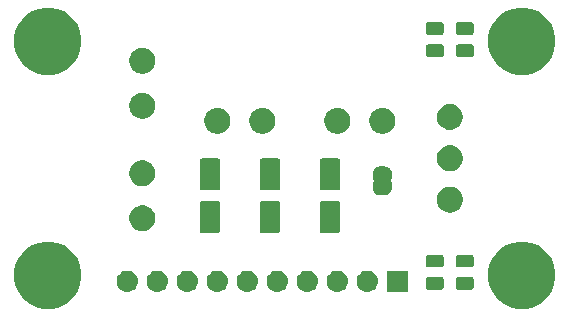
<source format=gbr>
G04 #@! TF.GenerationSoftware,KiCad,Pcbnew,5.1.4-e60b266~84~ubuntu18.04.1*
G04 #@! TF.CreationDate,2019-09-26T20:27:51+08:00*
G04 #@! TF.ProjectId,head,68656164-2e6b-4696-9361-645f70636258,rev?*
G04 #@! TF.SameCoordinates,Original*
G04 #@! TF.FileFunction,Soldermask,Top*
G04 #@! TF.FilePolarity,Negative*
%FSLAX46Y46*%
G04 Gerber Fmt 4.6, Leading zero omitted, Abs format (unit mm)*
G04 Created by KiCad (PCBNEW 5.1.4-e60b266~84~ubuntu18.04.1) date 2019-09-26 20:27:51*
%MOMM*%
%LPD*%
G04 APERTURE LIST*
%ADD10C,1.200000*%
%ADD11C,0.100000*%
G04 APERTURE END LIST*
D10*
X84201000Y-49276000D02*
G75*
G03X84201000Y-49276000I-1905000J0D01*
G01*
X44069000Y-49276000D02*
G75*
G03X44069000Y-49276000I-1905000J0D01*
G01*
X44069000Y-29464000D02*
G75*
G03X44069000Y-29464000I-1905000J0D01*
G01*
X84201000Y-29464000D02*
G75*
G03X84201000Y-29464000I-1905000J0D01*
G01*
D11*
G36*
X83127313Y-46535523D02*
G01*
X83645980Y-46750362D01*
X83645981Y-46750363D01*
X84112769Y-47062260D01*
X84509740Y-47459231D01*
X84581411Y-47566495D01*
X84821638Y-47926020D01*
X85036477Y-48444687D01*
X85146000Y-48995298D01*
X85146000Y-49556702D01*
X85036477Y-50107313D01*
X84821638Y-50625980D01*
X84821637Y-50625981D01*
X84509740Y-51092769D01*
X84112769Y-51489740D01*
X83800871Y-51698143D01*
X83645980Y-51801638D01*
X83127313Y-52016477D01*
X82576702Y-52126000D01*
X82015298Y-52126000D01*
X81464687Y-52016477D01*
X80946020Y-51801638D01*
X80791129Y-51698143D01*
X80479231Y-51489740D01*
X80082260Y-51092769D01*
X79770363Y-50625981D01*
X79770362Y-50625980D01*
X79555523Y-50107313D01*
X79446000Y-49556702D01*
X79446000Y-48995298D01*
X79555523Y-48444687D01*
X79770362Y-47926020D01*
X80010589Y-47566495D01*
X80082260Y-47459231D01*
X80479231Y-47062260D01*
X80946019Y-46750363D01*
X80946020Y-46750362D01*
X81464687Y-46535523D01*
X82015298Y-46426000D01*
X82576702Y-46426000D01*
X83127313Y-46535523D01*
X83127313Y-46535523D01*
G37*
G36*
X42995313Y-46535523D02*
G01*
X43513980Y-46750362D01*
X43513981Y-46750363D01*
X43980769Y-47062260D01*
X44377740Y-47459231D01*
X44449411Y-47566495D01*
X44689638Y-47926020D01*
X44904477Y-48444687D01*
X45014000Y-48995298D01*
X45014000Y-49556702D01*
X44904477Y-50107313D01*
X44689638Y-50625980D01*
X44689637Y-50625981D01*
X44377740Y-51092769D01*
X43980769Y-51489740D01*
X43668871Y-51698143D01*
X43513980Y-51801638D01*
X42995313Y-52016477D01*
X42444702Y-52126000D01*
X41883298Y-52126000D01*
X41332687Y-52016477D01*
X40814020Y-51801638D01*
X40659129Y-51698143D01*
X40347231Y-51489740D01*
X39950260Y-51092769D01*
X39638363Y-50625981D01*
X39638362Y-50625980D01*
X39423523Y-50107313D01*
X39314000Y-49556702D01*
X39314000Y-48995298D01*
X39423523Y-48444687D01*
X39638362Y-47926020D01*
X39878589Y-47566495D01*
X39950260Y-47459231D01*
X40347231Y-47062260D01*
X40814019Y-46750363D01*
X40814020Y-46750362D01*
X41332687Y-46535523D01*
X41883298Y-46426000D01*
X42444702Y-46426000D01*
X42995313Y-46535523D01*
X42995313Y-46535523D01*
G37*
G36*
X72656000Y-50685000D02*
G01*
X70854000Y-50685000D01*
X70854000Y-48883000D01*
X72656000Y-48883000D01*
X72656000Y-50685000D01*
X72656000Y-50685000D01*
G37*
G36*
X49005443Y-48889519D02*
G01*
X49071627Y-48896037D01*
X49241466Y-48947557D01*
X49397991Y-49031222D01*
X49433729Y-49060552D01*
X49535186Y-49143814D01*
X49618448Y-49245271D01*
X49647778Y-49281009D01*
X49731443Y-49437534D01*
X49782963Y-49607373D01*
X49800359Y-49784000D01*
X49782963Y-49960627D01*
X49731443Y-50130466D01*
X49647778Y-50286991D01*
X49618448Y-50322729D01*
X49535186Y-50424186D01*
X49445242Y-50498000D01*
X49397991Y-50536778D01*
X49241466Y-50620443D01*
X49071627Y-50671963D01*
X49005443Y-50678481D01*
X48939260Y-50685000D01*
X48850740Y-50685000D01*
X48784557Y-50678481D01*
X48718373Y-50671963D01*
X48548534Y-50620443D01*
X48392009Y-50536778D01*
X48344758Y-50498000D01*
X48254814Y-50424186D01*
X48171552Y-50322729D01*
X48142222Y-50286991D01*
X48058557Y-50130466D01*
X48007037Y-49960627D01*
X47989641Y-49784000D01*
X48007037Y-49607373D01*
X48058557Y-49437534D01*
X48142222Y-49281009D01*
X48171552Y-49245271D01*
X48254814Y-49143814D01*
X48356271Y-49060552D01*
X48392009Y-49031222D01*
X48548534Y-48947557D01*
X48718373Y-48896037D01*
X48784557Y-48889519D01*
X48850740Y-48883000D01*
X48939260Y-48883000D01*
X49005443Y-48889519D01*
X49005443Y-48889519D01*
G37*
G36*
X51545443Y-48889519D02*
G01*
X51611627Y-48896037D01*
X51781466Y-48947557D01*
X51937991Y-49031222D01*
X51973729Y-49060552D01*
X52075186Y-49143814D01*
X52158448Y-49245271D01*
X52187778Y-49281009D01*
X52271443Y-49437534D01*
X52322963Y-49607373D01*
X52340359Y-49784000D01*
X52322963Y-49960627D01*
X52271443Y-50130466D01*
X52187778Y-50286991D01*
X52158448Y-50322729D01*
X52075186Y-50424186D01*
X51985242Y-50498000D01*
X51937991Y-50536778D01*
X51781466Y-50620443D01*
X51611627Y-50671963D01*
X51545443Y-50678481D01*
X51479260Y-50685000D01*
X51390740Y-50685000D01*
X51324557Y-50678481D01*
X51258373Y-50671963D01*
X51088534Y-50620443D01*
X50932009Y-50536778D01*
X50884758Y-50498000D01*
X50794814Y-50424186D01*
X50711552Y-50322729D01*
X50682222Y-50286991D01*
X50598557Y-50130466D01*
X50547037Y-49960627D01*
X50529641Y-49784000D01*
X50547037Y-49607373D01*
X50598557Y-49437534D01*
X50682222Y-49281009D01*
X50711552Y-49245271D01*
X50794814Y-49143814D01*
X50896271Y-49060552D01*
X50932009Y-49031222D01*
X51088534Y-48947557D01*
X51258373Y-48896037D01*
X51324557Y-48889519D01*
X51390740Y-48883000D01*
X51479260Y-48883000D01*
X51545443Y-48889519D01*
X51545443Y-48889519D01*
G37*
G36*
X54085443Y-48889519D02*
G01*
X54151627Y-48896037D01*
X54321466Y-48947557D01*
X54477991Y-49031222D01*
X54513729Y-49060552D01*
X54615186Y-49143814D01*
X54698448Y-49245271D01*
X54727778Y-49281009D01*
X54811443Y-49437534D01*
X54862963Y-49607373D01*
X54880359Y-49784000D01*
X54862963Y-49960627D01*
X54811443Y-50130466D01*
X54727778Y-50286991D01*
X54698448Y-50322729D01*
X54615186Y-50424186D01*
X54525242Y-50498000D01*
X54477991Y-50536778D01*
X54321466Y-50620443D01*
X54151627Y-50671963D01*
X54085443Y-50678481D01*
X54019260Y-50685000D01*
X53930740Y-50685000D01*
X53864557Y-50678481D01*
X53798373Y-50671963D01*
X53628534Y-50620443D01*
X53472009Y-50536778D01*
X53424758Y-50498000D01*
X53334814Y-50424186D01*
X53251552Y-50322729D01*
X53222222Y-50286991D01*
X53138557Y-50130466D01*
X53087037Y-49960627D01*
X53069641Y-49784000D01*
X53087037Y-49607373D01*
X53138557Y-49437534D01*
X53222222Y-49281009D01*
X53251552Y-49245271D01*
X53334814Y-49143814D01*
X53436271Y-49060552D01*
X53472009Y-49031222D01*
X53628534Y-48947557D01*
X53798373Y-48896037D01*
X53864557Y-48889519D01*
X53930740Y-48883000D01*
X54019260Y-48883000D01*
X54085443Y-48889519D01*
X54085443Y-48889519D01*
G37*
G36*
X56625443Y-48889519D02*
G01*
X56691627Y-48896037D01*
X56861466Y-48947557D01*
X57017991Y-49031222D01*
X57053729Y-49060552D01*
X57155186Y-49143814D01*
X57238448Y-49245271D01*
X57267778Y-49281009D01*
X57351443Y-49437534D01*
X57402963Y-49607373D01*
X57420359Y-49784000D01*
X57402963Y-49960627D01*
X57351443Y-50130466D01*
X57267778Y-50286991D01*
X57238448Y-50322729D01*
X57155186Y-50424186D01*
X57065242Y-50498000D01*
X57017991Y-50536778D01*
X56861466Y-50620443D01*
X56691627Y-50671963D01*
X56625443Y-50678481D01*
X56559260Y-50685000D01*
X56470740Y-50685000D01*
X56404557Y-50678481D01*
X56338373Y-50671963D01*
X56168534Y-50620443D01*
X56012009Y-50536778D01*
X55964758Y-50498000D01*
X55874814Y-50424186D01*
X55791552Y-50322729D01*
X55762222Y-50286991D01*
X55678557Y-50130466D01*
X55627037Y-49960627D01*
X55609641Y-49784000D01*
X55627037Y-49607373D01*
X55678557Y-49437534D01*
X55762222Y-49281009D01*
X55791552Y-49245271D01*
X55874814Y-49143814D01*
X55976271Y-49060552D01*
X56012009Y-49031222D01*
X56168534Y-48947557D01*
X56338373Y-48896037D01*
X56404557Y-48889519D01*
X56470740Y-48883000D01*
X56559260Y-48883000D01*
X56625443Y-48889519D01*
X56625443Y-48889519D01*
G37*
G36*
X59165443Y-48889519D02*
G01*
X59231627Y-48896037D01*
X59401466Y-48947557D01*
X59557991Y-49031222D01*
X59593729Y-49060552D01*
X59695186Y-49143814D01*
X59778448Y-49245271D01*
X59807778Y-49281009D01*
X59891443Y-49437534D01*
X59942963Y-49607373D01*
X59960359Y-49784000D01*
X59942963Y-49960627D01*
X59891443Y-50130466D01*
X59807778Y-50286991D01*
X59778448Y-50322729D01*
X59695186Y-50424186D01*
X59605242Y-50498000D01*
X59557991Y-50536778D01*
X59401466Y-50620443D01*
X59231627Y-50671963D01*
X59165443Y-50678481D01*
X59099260Y-50685000D01*
X59010740Y-50685000D01*
X58944557Y-50678481D01*
X58878373Y-50671963D01*
X58708534Y-50620443D01*
X58552009Y-50536778D01*
X58504758Y-50498000D01*
X58414814Y-50424186D01*
X58331552Y-50322729D01*
X58302222Y-50286991D01*
X58218557Y-50130466D01*
X58167037Y-49960627D01*
X58149641Y-49784000D01*
X58167037Y-49607373D01*
X58218557Y-49437534D01*
X58302222Y-49281009D01*
X58331552Y-49245271D01*
X58414814Y-49143814D01*
X58516271Y-49060552D01*
X58552009Y-49031222D01*
X58708534Y-48947557D01*
X58878373Y-48896037D01*
X58944557Y-48889519D01*
X59010740Y-48883000D01*
X59099260Y-48883000D01*
X59165443Y-48889519D01*
X59165443Y-48889519D01*
G37*
G36*
X61705443Y-48889519D02*
G01*
X61771627Y-48896037D01*
X61941466Y-48947557D01*
X62097991Y-49031222D01*
X62133729Y-49060552D01*
X62235186Y-49143814D01*
X62318448Y-49245271D01*
X62347778Y-49281009D01*
X62431443Y-49437534D01*
X62482963Y-49607373D01*
X62500359Y-49784000D01*
X62482963Y-49960627D01*
X62431443Y-50130466D01*
X62347778Y-50286991D01*
X62318448Y-50322729D01*
X62235186Y-50424186D01*
X62145242Y-50498000D01*
X62097991Y-50536778D01*
X61941466Y-50620443D01*
X61771627Y-50671963D01*
X61705443Y-50678481D01*
X61639260Y-50685000D01*
X61550740Y-50685000D01*
X61484557Y-50678481D01*
X61418373Y-50671963D01*
X61248534Y-50620443D01*
X61092009Y-50536778D01*
X61044758Y-50498000D01*
X60954814Y-50424186D01*
X60871552Y-50322729D01*
X60842222Y-50286991D01*
X60758557Y-50130466D01*
X60707037Y-49960627D01*
X60689641Y-49784000D01*
X60707037Y-49607373D01*
X60758557Y-49437534D01*
X60842222Y-49281009D01*
X60871552Y-49245271D01*
X60954814Y-49143814D01*
X61056271Y-49060552D01*
X61092009Y-49031222D01*
X61248534Y-48947557D01*
X61418373Y-48896037D01*
X61484557Y-48889519D01*
X61550740Y-48883000D01*
X61639260Y-48883000D01*
X61705443Y-48889519D01*
X61705443Y-48889519D01*
G37*
G36*
X64245443Y-48889519D02*
G01*
X64311627Y-48896037D01*
X64481466Y-48947557D01*
X64637991Y-49031222D01*
X64673729Y-49060552D01*
X64775186Y-49143814D01*
X64858448Y-49245271D01*
X64887778Y-49281009D01*
X64971443Y-49437534D01*
X65022963Y-49607373D01*
X65040359Y-49784000D01*
X65022963Y-49960627D01*
X64971443Y-50130466D01*
X64887778Y-50286991D01*
X64858448Y-50322729D01*
X64775186Y-50424186D01*
X64685242Y-50498000D01*
X64637991Y-50536778D01*
X64481466Y-50620443D01*
X64311627Y-50671963D01*
X64245443Y-50678481D01*
X64179260Y-50685000D01*
X64090740Y-50685000D01*
X64024557Y-50678481D01*
X63958373Y-50671963D01*
X63788534Y-50620443D01*
X63632009Y-50536778D01*
X63584758Y-50498000D01*
X63494814Y-50424186D01*
X63411552Y-50322729D01*
X63382222Y-50286991D01*
X63298557Y-50130466D01*
X63247037Y-49960627D01*
X63229641Y-49784000D01*
X63247037Y-49607373D01*
X63298557Y-49437534D01*
X63382222Y-49281009D01*
X63411552Y-49245271D01*
X63494814Y-49143814D01*
X63596271Y-49060552D01*
X63632009Y-49031222D01*
X63788534Y-48947557D01*
X63958373Y-48896037D01*
X64024557Y-48889519D01*
X64090740Y-48883000D01*
X64179260Y-48883000D01*
X64245443Y-48889519D01*
X64245443Y-48889519D01*
G37*
G36*
X69325443Y-48889519D02*
G01*
X69391627Y-48896037D01*
X69561466Y-48947557D01*
X69717991Y-49031222D01*
X69753729Y-49060552D01*
X69855186Y-49143814D01*
X69938448Y-49245271D01*
X69967778Y-49281009D01*
X70051443Y-49437534D01*
X70102963Y-49607373D01*
X70120359Y-49784000D01*
X70102963Y-49960627D01*
X70051443Y-50130466D01*
X69967778Y-50286991D01*
X69938448Y-50322729D01*
X69855186Y-50424186D01*
X69765242Y-50498000D01*
X69717991Y-50536778D01*
X69561466Y-50620443D01*
X69391627Y-50671963D01*
X69325443Y-50678481D01*
X69259260Y-50685000D01*
X69170740Y-50685000D01*
X69104557Y-50678481D01*
X69038373Y-50671963D01*
X68868534Y-50620443D01*
X68712009Y-50536778D01*
X68664758Y-50498000D01*
X68574814Y-50424186D01*
X68491552Y-50322729D01*
X68462222Y-50286991D01*
X68378557Y-50130466D01*
X68327037Y-49960627D01*
X68309641Y-49784000D01*
X68327037Y-49607373D01*
X68378557Y-49437534D01*
X68462222Y-49281009D01*
X68491552Y-49245271D01*
X68574814Y-49143814D01*
X68676271Y-49060552D01*
X68712009Y-49031222D01*
X68868534Y-48947557D01*
X69038373Y-48896037D01*
X69104557Y-48889519D01*
X69170740Y-48883000D01*
X69259260Y-48883000D01*
X69325443Y-48889519D01*
X69325443Y-48889519D01*
G37*
G36*
X66785443Y-48889519D02*
G01*
X66851627Y-48896037D01*
X67021466Y-48947557D01*
X67177991Y-49031222D01*
X67213729Y-49060552D01*
X67315186Y-49143814D01*
X67398448Y-49245271D01*
X67427778Y-49281009D01*
X67511443Y-49437534D01*
X67562963Y-49607373D01*
X67580359Y-49784000D01*
X67562963Y-49960627D01*
X67511443Y-50130466D01*
X67427778Y-50286991D01*
X67398448Y-50322729D01*
X67315186Y-50424186D01*
X67225242Y-50498000D01*
X67177991Y-50536778D01*
X67021466Y-50620443D01*
X66851627Y-50671963D01*
X66785443Y-50678481D01*
X66719260Y-50685000D01*
X66630740Y-50685000D01*
X66564557Y-50678481D01*
X66498373Y-50671963D01*
X66328534Y-50620443D01*
X66172009Y-50536778D01*
X66124758Y-50498000D01*
X66034814Y-50424186D01*
X65951552Y-50322729D01*
X65922222Y-50286991D01*
X65838557Y-50130466D01*
X65787037Y-49960627D01*
X65769641Y-49784000D01*
X65787037Y-49607373D01*
X65838557Y-49437534D01*
X65922222Y-49281009D01*
X65951552Y-49245271D01*
X66034814Y-49143814D01*
X66136271Y-49060552D01*
X66172009Y-49031222D01*
X66328534Y-48947557D01*
X66498373Y-48896037D01*
X66564557Y-48889519D01*
X66630740Y-48883000D01*
X66719260Y-48883000D01*
X66785443Y-48889519D01*
X66785443Y-48889519D01*
G37*
G36*
X75514468Y-49425565D02*
G01*
X75553138Y-49437296D01*
X75588777Y-49456346D01*
X75620017Y-49481983D01*
X75645654Y-49513223D01*
X75664704Y-49548862D01*
X75676435Y-49587532D01*
X75681000Y-49633888D01*
X75681000Y-50285112D01*
X75676435Y-50331468D01*
X75664704Y-50370138D01*
X75645654Y-50405777D01*
X75620017Y-50437017D01*
X75588777Y-50462654D01*
X75553138Y-50481704D01*
X75514468Y-50493435D01*
X75468112Y-50498000D01*
X74391888Y-50498000D01*
X74345532Y-50493435D01*
X74306862Y-50481704D01*
X74271223Y-50462654D01*
X74239983Y-50437017D01*
X74214346Y-50405777D01*
X74195296Y-50370138D01*
X74183565Y-50331468D01*
X74179000Y-50285112D01*
X74179000Y-49633888D01*
X74183565Y-49587532D01*
X74195296Y-49548862D01*
X74214346Y-49513223D01*
X74239983Y-49481983D01*
X74271223Y-49456346D01*
X74306862Y-49437296D01*
X74345532Y-49425565D01*
X74391888Y-49421000D01*
X75468112Y-49421000D01*
X75514468Y-49425565D01*
X75514468Y-49425565D01*
G37*
G36*
X78054468Y-49425565D02*
G01*
X78093138Y-49437296D01*
X78128777Y-49456346D01*
X78160017Y-49481983D01*
X78185654Y-49513223D01*
X78204704Y-49548862D01*
X78216435Y-49587532D01*
X78221000Y-49633888D01*
X78221000Y-50285112D01*
X78216435Y-50331468D01*
X78204704Y-50370138D01*
X78185654Y-50405777D01*
X78160017Y-50437017D01*
X78128777Y-50462654D01*
X78093138Y-50481704D01*
X78054468Y-50493435D01*
X78008112Y-50498000D01*
X76931888Y-50498000D01*
X76885532Y-50493435D01*
X76846862Y-50481704D01*
X76811223Y-50462654D01*
X76779983Y-50437017D01*
X76754346Y-50405777D01*
X76735296Y-50370138D01*
X76723565Y-50331468D01*
X76719000Y-50285112D01*
X76719000Y-49633888D01*
X76723565Y-49587532D01*
X76735296Y-49548862D01*
X76754346Y-49513223D01*
X76779983Y-49481983D01*
X76811223Y-49456346D01*
X76846862Y-49437296D01*
X76885532Y-49425565D01*
X76931888Y-49421000D01*
X78008112Y-49421000D01*
X78054468Y-49425565D01*
X78054468Y-49425565D01*
G37*
G36*
X75514468Y-47550565D02*
G01*
X75553138Y-47562296D01*
X75588777Y-47581346D01*
X75620017Y-47606983D01*
X75645654Y-47638223D01*
X75664704Y-47673862D01*
X75676435Y-47712532D01*
X75681000Y-47758888D01*
X75681000Y-48410112D01*
X75676435Y-48456468D01*
X75664704Y-48495138D01*
X75645654Y-48530777D01*
X75620017Y-48562017D01*
X75588777Y-48587654D01*
X75553138Y-48606704D01*
X75514468Y-48618435D01*
X75468112Y-48623000D01*
X74391888Y-48623000D01*
X74345532Y-48618435D01*
X74306862Y-48606704D01*
X74271223Y-48587654D01*
X74239983Y-48562017D01*
X74214346Y-48530777D01*
X74195296Y-48495138D01*
X74183565Y-48456468D01*
X74179000Y-48410112D01*
X74179000Y-47758888D01*
X74183565Y-47712532D01*
X74195296Y-47673862D01*
X74214346Y-47638223D01*
X74239983Y-47606983D01*
X74271223Y-47581346D01*
X74306862Y-47562296D01*
X74345532Y-47550565D01*
X74391888Y-47546000D01*
X75468112Y-47546000D01*
X75514468Y-47550565D01*
X75514468Y-47550565D01*
G37*
G36*
X78054468Y-47550565D02*
G01*
X78093138Y-47562296D01*
X78128777Y-47581346D01*
X78160017Y-47606983D01*
X78185654Y-47638223D01*
X78204704Y-47673862D01*
X78216435Y-47712532D01*
X78221000Y-47758888D01*
X78221000Y-48410112D01*
X78216435Y-48456468D01*
X78204704Y-48495138D01*
X78185654Y-48530777D01*
X78160017Y-48562017D01*
X78128777Y-48587654D01*
X78093138Y-48606704D01*
X78054468Y-48618435D01*
X78008112Y-48623000D01*
X76931888Y-48623000D01*
X76885532Y-48618435D01*
X76846862Y-48606704D01*
X76811223Y-48587654D01*
X76779983Y-48562017D01*
X76754346Y-48530777D01*
X76735296Y-48495138D01*
X76723565Y-48456468D01*
X76719000Y-48410112D01*
X76719000Y-47758888D01*
X76723565Y-47712532D01*
X76735296Y-47673862D01*
X76754346Y-47638223D01*
X76779983Y-47606983D01*
X76811223Y-47581346D01*
X76846862Y-47562296D01*
X76885532Y-47550565D01*
X76931888Y-47546000D01*
X78008112Y-47546000D01*
X78054468Y-47550565D01*
X78054468Y-47550565D01*
G37*
G36*
X61665997Y-42998051D02*
G01*
X61699652Y-43008261D01*
X61730665Y-43024838D01*
X61757851Y-43047149D01*
X61780162Y-43074335D01*
X61796739Y-43105348D01*
X61806949Y-43139003D01*
X61811000Y-43180138D01*
X61811000Y-45509862D01*
X61806949Y-45550997D01*
X61796739Y-45584652D01*
X61780162Y-45615665D01*
X61757851Y-45642851D01*
X61730665Y-45665162D01*
X61699652Y-45681739D01*
X61665997Y-45691949D01*
X61624862Y-45696000D01*
X60295138Y-45696000D01*
X60254003Y-45691949D01*
X60220348Y-45681739D01*
X60189335Y-45665162D01*
X60162149Y-45642851D01*
X60139838Y-45615665D01*
X60123261Y-45584652D01*
X60113051Y-45550997D01*
X60109000Y-45509862D01*
X60109000Y-43180138D01*
X60113051Y-43139003D01*
X60123261Y-43105348D01*
X60139838Y-43074335D01*
X60162149Y-43047149D01*
X60189335Y-43024838D01*
X60220348Y-43008261D01*
X60254003Y-42998051D01*
X60295138Y-42994000D01*
X61624862Y-42994000D01*
X61665997Y-42998051D01*
X61665997Y-42998051D01*
G37*
G36*
X56585997Y-42998051D02*
G01*
X56619652Y-43008261D01*
X56650665Y-43024838D01*
X56677851Y-43047149D01*
X56700162Y-43074335D01*
X56716739Y-43105348D01*
X56726949Y-43139003D01*
X56731000Y-43180138D01*
X56731000Y-45509862D01*
X56726949Y-45550997D01*
X56716739Y-45584652D01*
X56700162Y-45615665D01*
X56677851Y-45642851D01*
X56650665Y-45665162D01*
X56619652Y-45681739D01*
X56585997Y-45691949D01*
X56544862Y-45696000D01*
X55215138Y-45696000D01*
X55174003Y-45691949D01*
X55140348Y-45681739D01*
X55109335Y-45665162D01*
X55082149Y-45642851D01*
X55059838Y-45615665D01*
X55043261Y-45584652D01*
X55033051Y-45550997D01*
X55029000Y-45509862D01*
X55029000Y-43180138D01*
X55033051Y-43139003D01*
X55043261Y-43105348D01*
X55059838Y-43074335D01*
X55082149Y-43047149D01*
X55109335Y-43024838D01*
X55140348Y-43008261D01*
X55174003Y-42998051D01*
X55215138Y-42994000D01*
X56544862Y-42994000D01*
X56585997Y-42998051D01*
X56585997Y-42998051D01*
G37*
G36*
X66745997Y-42998051D02*
G01*
X66779652Y-43008261D01*
X66810665Y-43024838D01*
X66837851Y-43047149D01*
X66860162Y-43074335D01*
X66876739Y-43105348D01*
X66886949Y-43139003D01*
X66891000Y-43180138D01*
X66891000Y-45509862D01*
X66886949Y-45550997D01*
X66876739Y-45584652D01*
X66860162Y-45615665D01*
X66837851Y-45642851D01*
X66810665Y-45665162D01*
X66779652Y-45681739D01*
X66745997Y-45691949D01*
X66704862Y-45696000D01*
X65375138Y-45696000D01*
X65334003Y-45691949D01*
X65300348Y-45681739D01*
X65269335Y-45665162D01*
X65242149Y-45642851D01*
X65219838Y-45615665D01*
X65203261Y-45584652D01*
X65193051Y-45550997D01*
X65189000Y-45509862D01*
X65189000Y-43180138D01*
X65193051Y-43139003D01*
X65203261Y-43105348D01*
X65219838Y-43074335D01*
X65242149Y-43047149D01*
X65269335Y-43024838D01*
X65300348Y-43008261D01*
X65334003Y-42998051D01*
X65375138Y-42994000D01*
X66704862Y-42994000D01*
X66745997Y-42998051D01*
X66745997Y-42998051D01*
G37*
G36*
X50379795Y-43370156D02*
G01*
X50486150Y-43391311D01*
X50686520Y-43474307D01*
X50866844Y-43594795D01*
X51020205Y-43748156D01*
X51140693Y-43928480D01*
X51223689Y-44128851D01*
X51266000Y-44341560D01*
X51266000Y-44558440D01*
X51223689Y-44771149D01*
X51140693Y-44971520D01*
X51020205Y-45151844D01*
X50866844Y-45305205D01*
X50686520Y-45425693D01*
X50586334Y-45467191D01*
X50486150Y-45508689D01*
X50379794Y-45529845D01*
X50273440Y-45551000D01*
X50056560Y-45551000D01*
X49950206Y-45529845D01*
X49843850Y-45508689D01*
X49743666Y-45467191D01*
X49643480Y-45425693D01*
X49463156Y-45305205D01*
X49309795Y-45151844D01*
X49189307Y-44971520D01*
X49106311Y-44771149D01*
X49064000Y-44558440D01*
X49064000Y-44341560D01*
X49106311Y-44128851D01*
X49189307Y-43928480D01*
X49309795Y-43748156D01*
X49463156Y-43594795D01*
X49643480Y-43474307D01*
X49843850Y-43391311D01*
X49950205Y-43370156D01*
X50056560Y-43349000D01*
X50273440Y-43349000D01*
X50379795Y-43370156D01*
X50379795Y-43370156D01*
G37*
G36*
X76414794Y-41790155D02*
G01*
X76521150Y-41811311D01*
X76566421Y-41830063D01*
X76721520Y-41894307D01*
X76901844Y-42014795D01*
X77055205Y-42168156D01*
X77175693Y-42348480D01*
X77200583Y-42408571D01*
X77258689Y-42548850D01*
X77301000Y-42761561D01*
X77301000Y-42978439D01*
X77258689Y-43191150D01*
X77230196Y-43259937D01*
X77175693Y-43391520D01*
X77055205Y-43571844D01*
X76901844Y-43725205D01*
X76721520Y-43845693D01*
X76521150Y-43928689D01*
X76414795Y-43949844D01*
X76308440Y-43971000D01*
X76091560Y-43971000D01*
X75985205Y-43949844D01*
X75878850Y-43928689D01*
X75678480Y-43845693D01*
X75498156Y-43725205D01*
X75344795Y-43571844D01*
X75224307Y-43391520D01*
X75169804Y-43259937D01*
X75141311Y-43191150D01*
X75099000Y-42978439D01*
X75099000Y-42761561D01*
X75141311Y-42548850D01*
X75199417Y-42408571D01*
X75224307Y-42348480D01*
X75344795Y-42168156D01*
X75498156Y-42014795D01*
X75678480Y-41894307D01*
X75833579Y-41830063D01*
X75878850Y-41811311D01*
X75985206Y-41790155D01*
X76091560Y-41769000D01*
X76308440Y-41769000D01*
X76414794Y-41790155D01*
X76414794Y-41790155D01*
G37*
G36*
X70747199Y-40074954D02*
G01*
X70759450Y-40075556D01*
X70777869Y-40075556D01*
X70800149Y-40077750D01*
X70884233Y-40094476D01*
X70905660Y-40100976D01*
X70984858Y-40133780D01*
X70990303Y-40136691D01*
X70990309Y-40136693D01*
X70999169Y-40141429D01*
X70999173Y-40141432D01*
X71004614Y-40144340D01*
X71075899Y-40191971D01*
X71093204Y-40206172D01*
X71153828Y-40266796D01*
X71168029Y-40284101D01*
X71215660Y-40355386D01*
X71218568Y-40360827D01*
X71218571Y-40360831D01*
X71223307Y-40369691D01*
X71223309Y-40369697D01*
X71226220Y-40375142D01*
X71259024Y-40454340D01*
X71265524Y-40475767D01*
X71282250Y-40559851D01*
X71284444Y-40582131D01*
X71284444Y-40600550D01*
X71285046Y-40612801D01*
X71286852Y-40631139D01*
X71286852Y-41118860D01*
X71285263Y-41134999D01*
X71282348Y-41144608D01*
X71277610Y-41153472D01*
X71271237Y-41161237D01*
X71258794Y-41171448D01*
X71248425Y-41178378D01*
X71231098Y-41195705D01*
X71217485Y-41216080D01*
X71208109Y-41238720D01*
X71203329Y-41262753D01*
X71203330Y-41287257D01*
X71208112Y-41311290D01*
X71217490Y-41333929D01*
X71231105Y-41354302D01*
X71248432Y-41371629D01*
X71258802Y-41378558D01*
X71271237Y-41388763D01*
X71277610Y-41396528D01*
X71282348Y-41405392D01*
X71285263Y-41415001D01*
X71286852Y-41431140D01*
X71286852Y-41918862D01*
X71285046Y-41937199D01*
X71284444Y-41949450D01*
X71284444Y-41967869D01*
X71282250Y-41990149D01*
X71265524Y-42074233D01*
X71259024Y-42095660D01*
X71226220Y-42174858D01*
X71223309Y-42180303D01*
X71223307Y-42180309D01*
X71218571Y-42189169D01*
X71218568Y-42189173D01*
X71215660Y-42194614D01*
X71168029Y-42265899D01*
X71153828Y-42283204D01*
X71093204Y-42343828D01*
X71075899Y-42358029D01*
X71004614Y-42405660D01*
X70999173Y-42408568D01*
X70999169Y-42408571D01*
X70990309Y-42413307D01*
X70990303Y-42413309D01*
X70984858Y-42416220D01*
X70905660Y-42449024D01*
X70884233Y-42455524D01*
X70800149Y-42472250D01*
X70777869Y-42474444D01*
X70759450Y-42474444D01*
X70747199Y-42475046D01*
X70728862Y-42476852D01*
X70241138Y-42476852D01*
X70222801Y-42475046D01*
X70210550Y-42474444D01*
X70192131Y-42474444D01*
X70169851Y-42472250D01*
X70085767Y-42455524D01*
X70064340Y-42449024D01*
X69985142Y-42416220D01*
X69979697Y-42413309D01*
X69979691Y-42413307D01*
X69970831Y-42408571D01*
X69970827Y-42408568D01*
X69965386Y-42405660D01*
X69894101Y-42358029D01*
X69876796Y-42343828D01*
X69816172Y-42283204D01*
X69801971Y-42265899D01*
X69754340Y-42194614D01*
X69751432Y-42189173D01*
X69751429Y-42189169D01*
X69746693Y-42180309D01*
X69746691Y-42180303D01*
X69743780Y-42174858D01*
X69710976Y-42095660D01*
X69704476Y-42074233D01*
X69687750Y-41990149D01*
X69685556Y-41967869D01*
X69685556Y-41949450D01*
X69684954Y-41937199D01*
X69683148Y-41918862D01*
X69683148Y-41431140D01*
X69684737Y-41415001D01*
X69687652Y-41405392D01*
X69692390Y-41396528D01*
X69698763Y-41388763D01*
X69711206Y-41378552D01*
X69721575Y-41371622D01*
X69738902Y-41354295D01*
X69752515Y-41333920D01*
X69761891Y-41311280D01*
X69766671Y-41287247D01*
X69766670Y-41262743D01*
X69761888Y-41238710D01*
X69752510Y-41216071D01*
X69738895Y-41195698D01*
X69721568Y-41178371D01*
X69711198Y-41171442D01*
X69698763Y-41161237D01*
X69692390Y-41153472D01*
X69687652Y-41144608D01*
X69684737Y-41134999D01*
X69683148Y-41118860D01*
X69683148Y-40631139D01*
X69684954Y-40612801D01*
X69685556Y-40600550D01*
X69685556Y-40582131D01*
X69687750Y-40559851D01*
X69704476Y-40475767D01*
X69710976Y-40454340D01*
X69743780Y-40375142D01*
X69746691Y-40369697D01*
X69746693Y-40369691D01*
X69751429Y-40360831D01*
X69751432Y-40360827D01*
X69754340Y-40355386D01*
X69801971Y-40284101D01*
X69816172Y-40266796D01*
X69876796Y-40206172D01*
X69894101Y-40191971D01*
X69965386Y-40144340D01*
X69970827Y-40141432D01*
X69970831Y-40141429D01*
X69979691Y-40136693D01*
X69979697Y-40136691D01*
X69985142Y-40133780D01*
X70064340Y-40100976D01*
X70085767Y-40094476D01*
X70169851Y-40077750D01*
X70192131Y-40075556D01*
X70210550Y-40075556D01*
X70222801Y-40074954D01*
X70241139Y-40073148D01*
X70728861Y-40073148D01*
X70747199Y-40074954D01*
X70747199Y-40074954D01*
G37*
G36*
X66745997Y-39398051D02*
G01*
X66779652Y-39408261D01*
X66810665Y-39424838D01*
X66837851Y-39447149D01*
X66860162Y-39474335D01*
X66876739Y-39505348D01*
X66886949Y-39539003D01*
X66891000Y-39580138D01*
X66891000Y-41909862D01*
X66886949Y-41950997D01*
X66876739Y-41984652D01*
X66860162Y-42015665D01*
X66837851Y-42042851D01*
X66810665Y-42065162D01*
X66779652Y-42081739D01*
X66745997Y-42091949D01*
X66704862Y-42096000D01*
X65375138Y-42096000D01*
X65334003Y-42091949D01*
X65300348Y-42081739D01*
X65269335Y-42065162D01*
X65242149Y-42042851D01*
X65219838Y-42015665D01*
X65203261Y-41984652D01*
X65193051Y-41950997D01*
X65189000Y-41909862D01*
X65189000Y-39580138D01*
X65193051Y-39539003D01*
X65203261Y-39505348D01*
X65219838Y-39474335D01*
X65242149Y-39447149D01*
X65269335Y-39424838D01*
X65300348Y-39408261D01*
X65334003Y-39398051D01*
X65375138Y-39394000D01*
X66704862Y-39394000D01*
X66745997Y-39398051D01*
X66745997Y-39398051D01*
G37*
G36*
X61665997Y-39398051D02*
G01*
X61699652Y-39408261D01*
X61730665Y-39424838D01*
X61757851Y-39447149D01*
X61780162Y-39474335D01*
X61796739Y-39505348D01*
X61806949Y-39539003D01*
X61811000Y-39580138D01*
X61811000Y-41909862D01*
X61806949Y-41950997D01*
X61796739Y-41984652D01*
X61780162Y-42015665D01*
X61757851Y-42042851D01*
X61730665Y-42065162D01*
X61699652Y-42081739D01*
X61665997Y-42091949D01*
X61624862Y-42096000D01*
X60295138Y-42096000D01*
X60254003Y-42091949D01*
X60220348Y-42081739D01*
X60189335Y-42065162D01*
X60162149Y-42042851D01*
X60139838Y-42015665D01*
X60123261Y-41984652D01*
X60113051Y-41950997D01*
X60109000Y-41909862D01*
X60109000Y-39580138D01*
X60113051Y-39539003D01*
X60123261Y-39505348D01*
X60139838Y-39474335D01*
X60162149Y-39447149D01*
X60189335Y-39424838D01*
X60220348Y-39408261D01*
X60254003Y-39398051D01*
X60295138Y-39394000D01*
X61624862Y-39394000D01*
X61665997Y-39398051D01*
X61665997Y-39398051D01*
G37*
G36*
X56585997Y-39398051D02*
G01*
X56619652Y-39408261D01*
X56650665Y-39424838D01*
X56677851Y-39447149D01*
X56700162Y-39474335D01*
X56716739Y-39505348D01*
X56726949Y-39539003D01*
X56731000Y-39580138D01*
X56731000Y-41909862D01*
X56726949Y-41950997D01*
X56716739Y-41984652D01*
X56700162Y-42015665D01*
X56677851Y-42042851D01*
X56650665Y-42065162D01*
X56619652Y-42081739D01*
X56585997Y-42091949D01*
X56544862Y-42096000D01*
X55215138Y-42096000D01*
X55174003Y-42091949D01*
X55140348Y-42081739D01*
X55109335Y-42065162D01*
X55082149Y-42042851D01*
X55059838Y-42015665D01*
X55043261Y-41984652D01*
X55033051Y-41950997D01*
X55029000Y-41909862D01*
X55029000Y-39580138D01*
X55033051Y-39539003D01*
X55043261Y-39505348D01*
X55059838Y-39474335D01*
X55082149Y-39447149D01*
X55109335Y-39424838D01*
X55140348Y-39408261D01*
X55174003Y-39398051D01*
X55215138Y-39394000D01*
X56544862Y-39394000D01*
X56585997Y-39398051D01*
X56585997Y-39398051D01*
G37*
G36*
X50369798Y-39558167D02*
G01*
X50486150Y-39581311D01*
X50550715Y-39608055D01*
X50686520Y-39664307D01*
X50866844Y-39784795D01*
X51020205Y-39938156D01*
X51140693Y-40118480D01*
X51171134Y-40191971D01*
X51223689Y-40318850D01*
X51233802Y-40369691D01*
X51266000Y-40531560D01*
X51266000Y-40748440D01*
X51223689Y-40961149D01*
X51140693Y-41161520D01*
X51020205Y-41341844D01*
X50866844Y-41495205D01*
X50686520Y-41615693D01*
X50586334Y-41657191D01*
X50486150Y-41698689D01*
X50379794Y-41719845D01*
X50273440Y-41741000D01*
X50056560Y-41741000D01*
X49950206Y-41719845D01*
X49843850Y-41698689D01*
X49643480Y-41615693D01*
X49463156Y-41495205D01*
X49309795Y-41341844D01*
X49189307Y-41161520D01*
X49106311Y-40961149D01*
X49064000Y-40748440D01*
X49064000Y-40531560D01*
X49096198Y-40369691D01*
X49106311Y-40318850D01*
X49158866Y-40191971D01*
X49189307Y-40118480D01*
X49309795Y-39938156D01*
X49463156Y-39784795D01*
X49643480Y-39664307D01*
X49779285Y-39608055D01*
X49843850Y-39581311D01*
X49960202Y-39558167D01*
X50056560Y-39539000D01*
X50273440Y-39539000D01*
X50369798Y-39558167D01*
X50369798Y-39558167D01*
G37*
G36*
X76414795Y-38290156D02*
G01*
X76521150Y-38311311D01*
X76721520Y-38394307D01*
X76901844Y-38514795D01*
X77055205Y-38668156D01*
X77175693Y-38848480D01*
X77258689Y-39048851D01*
X77301000Y-39261560D01*
X77301000Y-39478440D01*
X77288954Y-39539000D01*
X77258689Y-39691150D01*
X77217191Y-39791334D01*
X77175693Y-39891520D01*
X77055205Y-40071844D01*
X76901844Y-40225205D01*
X76721520Y-40345693D01*
X76684973Y-40360831D01*
X76521150Y-40428689D01*
X76414794Y-40449845D01*
X76308440Y-40471000D01*
X76091560Y-40471000D01*
X75985206Y-40449845D01*
X75878850Y-40428689D01*
X75715027Y-40360831D01*
X75678480Y-40345693D01*
X75498156Y-40225205D01*
X75344795Y-40071844D01*
X75224307Y-39891520D01*
X75182809Y-39791334D01*
X75141311Y-39691150D01*
X75111046Y-39539000D01*
X75099000Y-39478440D01*
X75099000Y-39261560D01*
X75141311Y-39048851D01*
X75224307Y-38848480D01*
X75344795Y-38668156D01*
X75498156Y-38514795D01*
X75678480Y-38394307D01*
X75878850Y-38311311D01*
X75985205Y-38290156D01*
X76091560Y-38269000D01*
X76308440Y-38269000D01*
X76414795Y-38290156D01*
X76414795Y-38290156D01*
G37*
G36*
X60539795Y-35115156D02*
G01*
X60646150Y-35136311D01*
X60723025Y-35168154D01*
X60846520Y-35219307D01*
X61026844Y-35339795D01*
X61180205Y-35493156D01*
X61300693Y-35673480D01*
X61300693Y-35673481D01*
X61383689Y-35873850D01*
X61426000Y-36086561D01*
X61426000Y-36303439D01*
X61383689Y-36516150D01*
X61360619Y-36571846D01*
X61300693Y-36716520D01*
X61180205Y-36896844D01*
X61026844Y-37050205D01*
X60846520Y-37170693D01*
X60746334Y-37212191D01*
X60646150Y-37253689D01*
X60539794Y-37274845D01*
X60433440Y-37296000D01*
X60216560Y-37296000D01*
X60110206Y-37274845D01*
X60003850Y-37253689D01*
X59903666Y-37212191D01*
X59803480Y-37170693D01*
X59623156Y-37050205D01*
X59469795Y-36896844D01*
X59349307Y-36716520D01*
X59289381Y-36571846D01*
X59266311Y-36516150D01*
X59224000Y-36303439D01*
X59224000Y-36086561D01*
X59266311Y-35873850D01*
X59349307Y-35673481D01*
X59349307Y-35673480D01*
X59469795Y-35493156D01*
X59623156Y-35339795D01*
X59803480Y-35219307D01*
X59926975Y-35168154D01*
X60003850Y-35136311D01*
X60110205Y-35115156D01*
X60216560Y-35094000D01*
X60433440Y-35094000D01*
X60539795Y-35115156D01*
X60539795Y-35115156D01*
G37*
G36*
X56729795Y-35115156D02*
G01*
X56836150Y-35136311D01*
X56913025Y-35168154D01*
X57036520Y-35219307D01*
X57216844Y-35339795D01*
X57370205Y-35493156D01*
X57490693Y-35673480D01*
X57490693Y-35673481D01*
X57573689Y-35873850D01*
X57616000Y-36086561D01*
X57616000Y-36303439D01*
X57573689Y-36516150D01*
X57550619Y-36571846D01*
X57490693Y-36716520D01*
X57370205Y-36896844D01*
X57216844Y-37050205D01*
X57036520Y-37170693D01*
X56936334Y-37212191D01*
X56836150Y-37253689D01*
X56729794Y-37274845D01*
X56623440Y-37296000D01*
X56406560Y-37296000D01*
X56300206Y-37274845D01*
X56193850Y-37253689D01*
X56093666Y-37212191D01*
X55993480Y-37170693D01*
X55813156Y-37050205D01*
X55659795Y-36896844D01*
X55539307Y-36716520D01*
X55479381Y-36571846D01*
X55456311Y-36516150D01*
X55414000Y-36303439D01*
X55414000Y-36086561D01*
X55456311Y-35873850D01*
X55539307Y-35673481D01*
X55539307Y-35673480D01*
X55659795Y-35493156D01*
X55813156Y-35339795D01*
X55993480Y-35219307D01*
X56116975Y-35168154D01*
X56193850Y-35136311D01*
X56300205Y-35115156D01*
X56406560Y-35094000D01*
X56623440Y-35094000D01*
X56729795Y-35115156D01*
X56729795Y-35115156D01*
G37*
G36*
X66889795Y-35115156D02*
G01*
X66996150Y-35136311D01*
X67073025Y-35168154D01*
X67196520Y-35219307D01*
X67376844Y-35339795D01*
X67530205Y-35493156D01*
X67650693Y-35673480D01*
X67650693Y-35673481D01*
X67733689Y-35873850D01*
X67776000Y-36086561D01*
X67776000Y-36303439D01*
X67733689Y-36516150D01*
X67710619Y-36571846D01*
X67650693Y-36716520D01*
X67530205Y-36896844D01*
X67376844Y-37050205D01*
X67196520Y-37170693D01*
X67096334Y-37212191D01*
X66996150Y-37253689D01*
X66889794Y-37274845D01*
X66783440Y-37296000D01*
X66566560Y-37296000D01*
X66460206Y-37274845D01*
X66353850Y-37253689D01*
X66253666Y-37212191D01*
X66153480Y-37170693D01*
X65973156Y-37050205D01*
X65819795Y-36896844D01*
X65699307Y-36716520D01*
X65639381Y-36571846D01*
X65616311Y-36516150D01*
X65574000Y-36303439D01*
X65574000Y-36086561D01*
X65616311Y-35873850D01*
X65699307Y-35673481D01*
X65699307Y-35673480D01*
X65819795Y-35493156D01*
X65973156Y-35339795D01*
X66153480Y-35219307D01*
X66276975Y-35168154D01*
X66353850Y-35136311D01*
X66460205Y-35115156D01*
X66566560Y-35094000D01*
X66783440Y-35094000D01*
X66889795Y-35115156D01*
X66889795Y-35115156D01*
G37*
G36*
X70699795Y-35115156D02*
G01*
X70806150Y-35136311D01*
X70883025Y-35168154D01*
X71006520Y-35219307D01*
X71186844Y-35339795D01*
X71340205Y-35493156D01*
X71460693Y-35673480D01*
X71460693Y-35673481D01*
X71543689Y-35873850D01*
X71586000Y-36086561D01*
X71586000Y-36303439D01*
X71543689Y-36516150D01*
X71520619Y-36571846D01*
X71460693Y-36716520D01*
X71340205Y-36896844D01*
X71186844Y-37050205D01*
X71006520Y-37170693D01*
X70906334Y-37212191D01*
X70806150Y-37253689D01*
X70699794Y-37274845D01*
X70593440Y-37296000D01*
X70376560Y-37296000D01*
X70270206Y-37274845D01*
X70163850Y-37253689D01*
X70063666Y-37212191D01*
X69963480Y-37170693D01*
X69783156Y-37050205D01*
X69629795Y-36896844D01*
X69509307Y-36716520D01*
X69449381Y-36571846D01*
X69426311Y-36516150D01*
X69384000Y-36303439D01*
X69384000Y-36086561D01*
X69426311Y-35873850D01*
X69509307Y-35673481D01*
X69509307Y-35673480D01*
X69629795Y-35493156D01*
X69783156Y-35339795D01*
X69963480Y-35219307D01*
X70086975Y-35168154D01*
X70163850Y-35136311D01*
X70270205Y-35115156D01*
X70376560Y-35094000D01*
X70593440Y-35094000D01*
X70699795Y-35115156D01*
X70699795Y-35115156D01*
G37*
G36*
X76414794Y-34790155D02*
G01*
X76521150Y-34811311D01*
X76621334Y-34852809D01*
X76721520Y-34894307D01*
X76901844Y-35014795D01*
X77055205Y-35168156D01*
X77175693Y-35348480D01*
X77175693Y-35348481D01*
X77235620Y-35493156D01*
X77258689Y-35548851D01*
X77301000Y-35761560D01*
X77301000Y-35978440D01*
X77258689Y-36191149D01*
X77175693Y-36391520D01*
X77055205Y-36571844D01*
X76901844Y-36725205D01*
X76721520Y-36845693D01*
X76521150Y-36928689D01*
X76414794Y-36949845D01*
X76308440Y-36971000D01*
X76091560Y-36971000D01*
X75985206Y-36949845D01*
X75878850Y-36928689D01*
X75678480Y-36845693D01*
X75498156Y-36725205D01*
X75344795Y-36571844D01*
X75224307Y-36391520D01*
X75141311Y-36191149D01*
X75099000Y-35978440D01*
X75099000Y-35761560D01*
X75141311Y-35548851D01*
X75164381Y-35493156D01*
X75224307Y-35348481D01*
X75224307Y-35348480D01*
X75344795Y-35168156D01*
X75498156Y-35014795D01*
X75678480Y-34894307D01*
X75778666Y-34852809D01*
X75878850Y-34811311D01*
X75985206Y-34790155D01*
X76091560Y-34769000D01*
X76308440Y-34769000D01*
X76414794Y-34790155D01*
X76414794Y-34790155D01*
G37*
G36*
X50379795Y-33845156D02*
G01*
X50486150Y-33866311D01*
X50586334Y-33907809D01*
X50686520Y-33949307D01*
X50866844Y-34069795D01*
X51020205Y-34223156D01*
X51140693Y-34403480D01*
X51223689Y-34603851D01*
X51256540Y-34769000D01*
X51266000Y-34816561D01*
X51266000Y-35033439D01*
X51223689Y-35246150D01*
X51182191Y-35346334D01*
X51140693Y-35446520D01*
X51020205Y-35626844D01*
X50866844Y-35780205D01*
X50686520Y-35900693D01*
X50586334Y-35942191D01*
X50486150Y-35983689D01*
X50379795Y-36004844D01*
X50273440Y-36026000D01*
X50056560Y-36026000D01*
X49950205Y-36004844D01*
X49843850Y-35983689D01*
X49643480Y-35900693D01*
X49463156Y-35780205D01*
X49309795Y-35626844D01*
X49189307Y-35446520D01*
X49147809Y-35346334D01*
X49106311Y-35246150D01*
X49064000Y-35033439D01*
X49064000Y-34816561D01*
X49073461Y-34769000D01*
X49106311Y-34603851D01*
X49189307Y-34403480D01*
X49309795Y-34223156D01*
X49463156Y-34069795D01*
X49643480Y-33949307D01*
X49743666Y-33907809D01*
X49843850Y-33866311D01*
X49950205Y-33845156D01*
X50056560Y-33824000D01*
X50273440Y-33824000D01*
X50379795Y-33845156D01*
X50379795Y-33845156D01*
G37*
G36*
X83127313Y-26723523D02*
G01*
X83645980Y-26938362D01*
X83645981Y-26938363D01*
X84112769Y-27250260D01*
X84509740Y-27647231D01*
X84663464Y-27877296D01*
X84821638Y-28114020D01*
X85036477Y-28632687D01*
X85146000Y-29183298D01*
X85146000Y-29744702D01*
X85036477Y-30295313D01*
X84821638Y-30813980D01*
X84821637Y-30813981D01*
X84509740Y-31280769D01*
X84112769Y-31677740D01*
X83800871Y-31886143D01*
X83645980Y-31989638D01*
X83127313Y-32204477D01*
X82576702Y-32314000D01*
X82015298Y-32314000D01*
X81464687Y-32204477D01*
X80946020Y-31989638D01*
X80791129Y-31886143D01*
X80479231Y-31677740D01*
X80082260Y-31280769D01*
X79770363Y-30813981D01*
X79770362Y-30813980D01*
X79555523Y-30295313D01*
X79446000Y-29744702D01*
X79446000Y-29183298D01*
X79555523Y-28632687D01*
X79770362Y-28114020D01*
X79928536Y-27877296D01*
X80082260Y-27647231D01*
X80479231Y-27250260D01*
X80946019Y-26938363D01*
X80946020Y-26938362D01*
X81464687Y-26723523D01*
X82015298Y-26614000D01*
X82576702Y-26614000D01*
X83127313Y-26723523D01*
X83127313Y-26723523D01*
G37*
G36*
X42995313Y-26723523D02*
G01*
X43513980Y-26938362D01*
X43513981Y-26938363D01*
X43980769Y-27250260D01*
X44377740Y-27647231D01*
X44531464Y-27877296D01*
X44689638Y-28114020D01*
X44904477Y-28632687D01*
X45014000Y-29183298D01*
X45014000Y-29744702D01*
X44904477Y-30295313D01*
X44689638Y-30813980D01*
X44689637Y-30813981D01*
X44377740Y-31280769D01*
X43980769Y-31677740D01*
X43668871Y-31886143D01*
X43513980Y-31989638D01*
X42995313Y-32204477D01*
X42444702Y-32314000D01*
X41883298Y-32314000D01*
X41332687Y-32204477D01*
X40814020Y-31989638D01*
X40659129Y-31886143D01*
X40347231Y-31677740D01*
X39950260Y-31280769D01*
X39638363Y-30813981D01*
X39638362Y-30813980D01*
X39423523Y-30295313D01*
X39314000Y-29744702D01*
X39314000Y-29183298D01*
X39423523Y-28632687D01*
X39638362Y-28114020D01*
X39796536Y-27877296D01*
X39950260Y-27647231D01*
X40347231Y-27250260D01*
X40814019Y-26938363D01*
X40814020Y-26938362D01*
X41332687Y-26723523D01*
X41883298Y-26614000D01*
X42444702Y-26614000D01*
X42995313Y-26723523D01*
X42995313Y-26723523D01*
G37*
G36*
X50379795Y-30035156D02*
G01*
X50486150Y-30056311D01*
X50586334Y-30097809D01*
X50686520Y-30139307D01*
X50866844Y-30259795D01*
X51020205Y-30413156D01*
X51140693Y-30593480D01*
X51140693Y-30593481D01*
X51223132Y-30792505D01*
X51223689Y-30793851D01*
X51266000Y-31006560D01*
X51266000Y-31223440D01*
X51223689Y-31436149D01*
X51140693Y-31636520D01*
X51020205Y-31816844D01*
X50866844Y-31970205D01*
X50686520Y-32090693D01*
X50586334Y-32132191D01*
X50486150Y-32173689D01*
X50379795Y-32194844D01*
X50273440Y-32216000D01*
X50056560Y-32216000D01*
X49950205Y-32194844D01*
X49843850Y-32173689D01*
X49743666Y-32132191D01*
X49643480Y-32090693D01*
X49463156Y-31970205D01*
X49309795Y-31816844D01*
X49189307Y-31636520D01*
X49106311Y-31436149D01*
X49064000Y-31223440D01*
X49064000Y-31006560D01*
X49106311Y-30793851D01*
X49106869Y-30792505D01*
X49189307Y-30593481D01*
X49189307Y-30593480D01*
X49309795Y-30413156D01*
X49463156Y-30259795D01*
X49643480Y-30139307D01*
X49743666Y-30097809D01*
X49843850Y-30056311D01*
X49950205Y-30035156D01*
X50056560Y-30014000D01*
X50273440Y-30014000D01*
X50379795Y-30035156D01*
X50379795Y-30035156D01*
G37*
G36*
X78054468Y-29740565D02*
G01*
X78093138Y-29752296D01*
X78128777Y-29771346D01*
X78160017Y-29796983D01*
X78185654Y-29828223D01*
X78204704Y-29863862D01*
X78216435Y-29902532D01*
X78221000Y-29948888D01*
X78221000Y-30600112D01*
X78216435Y-30646468D01*
X78204704Y-30685138D01*
X78185654Y-30720777D01*
X78160017Y-30752017D01*
X78128777Y-30777654D01*
X78093138Y-30796704D01*
X78054468Y-30808435D01*
X78008112Y-30813000D01*
X76931888Y-30813000D01*
X76885532Y-30808435D01*
X76846862Y-30796704D01*
X76811223Y-30777654D01*
X76779983Y-30752017D01*
X76754346Y-30720777D01*
X76735296Y-30685138D01*
X76723565Y-30646468D01*
X76719000Y-30600112D01*
X76719000Y-29948888D01*
X76723565Y-29902532D01*
X76735296Y-29863862D01*
X76754346Y-29828223D01*
X76779983Y-29796983D01*
X76811223Y-29771346D01*
X76846862Y-29752296D01*
X76885532Y-29740565D01*
X76931888Y-29736000D01*
X78008112Y-29736000D01*
X78054468Y-29740565D01*
X78054468Y-29740565D01*
G37*
G36*
X75514468Y-29740565D02*
G01*
X75553138Y-29752296D01*
X75588777Y-29771346D01*
X75620017Y-29796983D01*
X75645654Y-29828223D01*
X75664704Y-29863862D01*
X75676435Y-29902532D01*
X75681000Y-29948888D01*
X75681000Y-30600112D01*
X75676435Y-30646468D01*
X75664704Y-30685138D01*
X75645654Y-30720777D01*
X75620017Y-30752017D01*
X75588777Y-30777654D01*
X75553138Y-30796704D01*
X75514468Y-30808435D01*
X75468112Y-30813000D01*
X74391888Y-30813000D01*
X74345532Y-30808435D01*
X74306862Y-30796704D01*
X74271223Y-30777654D01*
X74239983Y-30752017D01*
X74214346Y-30720777D01*
X74195296Y-30685138D01*
X74183565Y-30646468D01*
X74179000Y-30600112D01*
X74179000Y-29948888D01*
X74183565Y-29902532D01*
X74195296Y-29863862D01*
X74214346Y-29828223D01*
X74239983Y-29796983D01*
X74271223Y-29771346D01*
X74306862Y-29752296D01*
X74345532Y-29740565D01*
X74391888Y-29736000D01*
X75468112Y-29736000D01*
X75514468Y-29740565D01*
X75514468Y-29740565D01*
G37*
G36*
X75514468Y-27865565D02*
G01*
X75553138Y-27877296D01*
X75588777Y-27896346D01*
X75620017Y-27921983D01*
X75645654Y-27953223D01*
X75664704Y-27988862D01*
X75676435Y-28027532D01*
X75681000Y-28073888D01*
X75681000Y-28725112D01*
X75676435Y-28771468D01*
X75664704Y-28810138D01*
X75645654Y-28845777D01*
X75620017Y-28877017D01*
X75588777Y-28902654D01*
X75553138Y-28921704D01*
X75514468Y-28933435D01*
X75468112Y-28938000D01*
X74391888Y-28938000D01*
X74345532Y-28933435D01*
X74306862Y-28921704D01*
X74271223Y-28902654D01*
X74239983Y-28877017D01*
X74214346Y-28845777D01*
X74195296Y-28810138D01*
X74183565Y-28771468D01*
X74179000Y-28725112D01*
X74179000Y-28073888D01*
X74183565Y-28027532D01*
X74195296Y-27988862D01*
X74214346Y-27953223D01*
X74239983Y-27921983D01*
X74271223Y-27896346D01*
X74306862Y-27877296D01*
X74345532Y-27865565D01*
X74391888Y-27861000D01*
X75468112Y-27861000D01*
X75514468Y-27865565D01*
X75514468Y-27865565D01*
G37*
G36*
X78054468Y-27865565D02*
G01*
X78093138Y-27877296D01*
X78128777Y-27896346D01*
X78160017Y-27921983D01*
X78185654Y-27953223D01*
X78204704Y-27988862D01*
X78216435Y-28027532D01*
X78221000Y-28073888D01*
X78221000Y-28725112D01*
X78216435Y-28771468D01*
X78204704Y-28810138D01*
X78185654Y-28845777D01*
X78160017Y-28877017D01*
X78128777Y-28902654D01*
X78093138Y-28921704D01*
X78054468Y-28933435D01*
X78008112Y-28938000D01*
X76931888Y-28938000D01*
X76885532Y-28933435D01*
X76846862Y-28921704D01*
X76811223Y-28902654D01*
X76779983Y-28877017D01*
X76754346Y-28845777D01*
X76735296Y-28810138D01*
X76723565Y-28771468D01*
X76719000Y-28725112D01*
X76719000Y-28073888D01*
X76723565Y-28027532D01*
X76735296Y-27988862D01*
X76754346Y-27953223D01*
X76779983Y-27921983D01*
X76811223Y-27896346D01*
X76846862Y-27877296D01*
X76885532Y-27865565D01*
X76931888Y-27861000D01*
X78008112Y-27861000D01*
X78054468Y-27865565D01*
X78054468Y-27865565D01*
G37*
M02*

</source>
